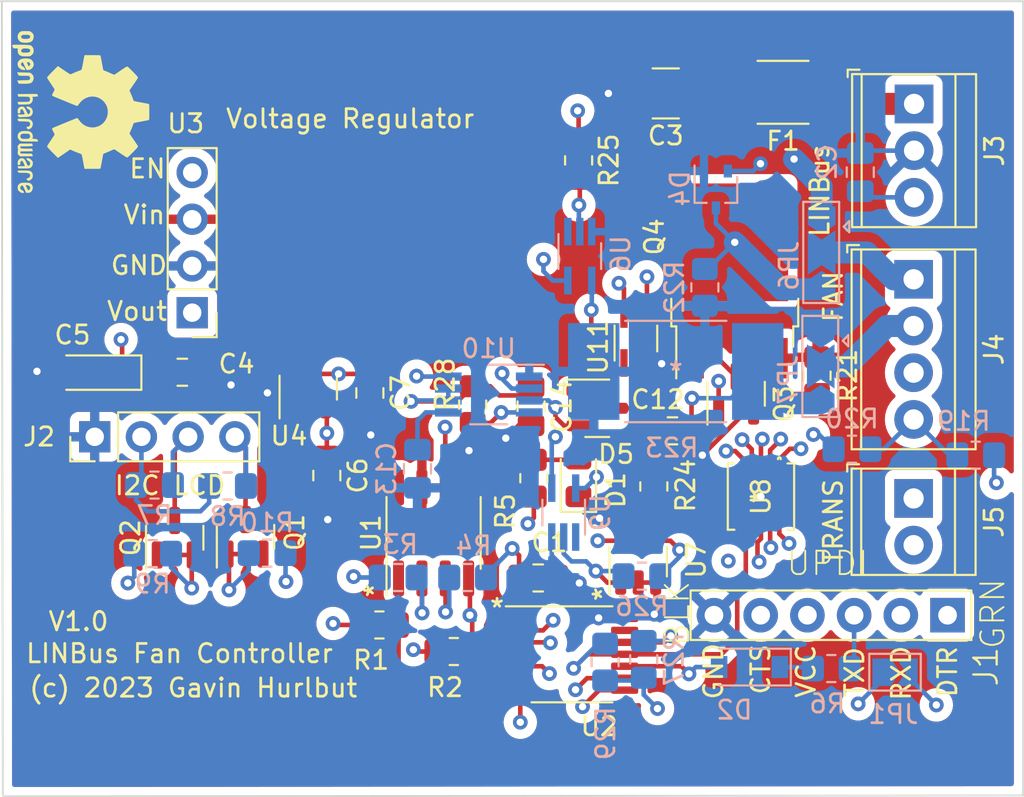
<source format=kicad_pcb>
(kicad_pcb (version 20211014) (generator pcbnew)
  (title_block (title "LINBus Fan Controller") (date "2023-03-03") (rev "1.0") (company "Gavin Hurlbut"))
  (layers (0 "F.Cu" signal) (1 "In1.Cu" signal) (2 "In2.Cu" signal) (31 "B.Cu" signal) (34 "B.Paste" user) (35 "F.Paste" user) (36 "B.SilkS" user "B.Silkscreen") (37 "F.SilkS" user "F.Silkscreen") (38 "B.Mask" user) (39 "F.Mask" user) (44 "Edge.Cuts" user))
  (net 0 "")
  (net 1 "GND")
  (net 2 "+5V")
  (net 4 "LIN")
  (net 5 "TXD")
  (net 6 "RXD")
  (net 7 "~{LIN_SLP}")
  (net 8 "~{LIN_WAKE}")
  (net 9 "Net-(R6-Pad2)")
  (net 10 "Net-(JP1-Pad1)")
  (net 11 "unconnected-(J1-Pad5)")
  (net 12 "Net-(J4-Pad3)")
  (net 13 "SCL")
  (net 14 "SDA")
  (net 15 "Net-(R24-Pad1)")
  (net 16 "+12V")
  (net 17 "UPDI")
  (net 18 "+BATT")
  (net 20 "+3V3")
  (net 21 "SCL5V")
  (net 22 "SDA5V")
  (net 23 "Net-(R5-Pad1)")
  (net 24 "Net-(D1-Pad2)")
  (net 25 "Net-(D2-Pad1)")
  (net 26 "Net-(C12-Pad1)")
  (net 27 "PWMFAN-")
  (net 30 "~{RESET}")
  (net 31 "Net-(C13-Pad1)")
  (net 32 "Net-(C14-Pad1)")
  (net 33 "FANPWM+")
  (net 34 "TACHa")
  (net 35 "Net-(D5-Pad2)")
  (net 36 "Net-(D5-Pad3)")
  (net 37 "/Fan Control/FAN+")
  (net 38 "/Fan Control/FAN-")
  (net 39 "PWM")
  (net 40 "Net-(J5-Pad1)")
  (net 41 "Net-(J5-Pad2)")
  (net 42 "Net-(Q3-Pad1)")
  (net 43 "Net-(Q3-Pad3)")
  (net 44 "Net-(R26-Pad1)")
  (net 45 "~{TCRIT}")
  (net 46 "~{ALERT}")
  (net 47 "TACH")
  (net 48 "Net-(U10-Pad2)")
  (footprint "Resistor_SMD:R_0805_2012Metric_Pad1.20x1.40mm_HandSolder" (layer "F.Cu") (at 206.46 67.07 -90)
    (fp_text reference "R25")
    (fp_text value "10k")
  )
  (footprint "UltraLibrarian:LM96163CISD&slash_NOPB" (layer "F.Cu") (at 216.375 85.35 -90)
    (fp_text reference "U8")
    (fp_text value "LM96163CISD/NOPB")
  )
  (footprint "Connector_PinHeader_2.54mm:PinHeader_1x04_P2.54mm_Vertical" (layer "F.Cu") (at 180.15 82.1 90)
    (fp_text reference "J2")
    (fp_text value "I2C LCD")
  )
  (footprint "Package_SO:SOIC-8_3.9x4.9mm_P1.27mm" (layer "F.Cu") (at 198.575 87.325 90)
    (fp_text reference "U1")
    (fp_text value "TJA1021T")
  )
  (footprint "Package_TO_SOT_SMD:SOT-23" (layer "F.Cu") (at 188.35 87.5375 90)
    (fp_text reference "Q1")
    (fp_text value "2N7002")
  )
  (footprint "TerminalBlock_TE-Connectivity:TerminalBlock_TE_282834-2_1x02_P2.54mm_Horizontal" (layer "F.Cu") (at 224.675 85.45 -90)
    (fp_text reference "J5")
    (fp_text value "TRANS")
  )
  (footprint "Beirdo:Switching_Regulator_Module" (layer "F.Cu") (at 185.4777 75.4474 180)
    (fp_text reference "U3")
    (fp_text value "Voltage Regulator")
  )
  (footprint "Package_SO:TSSOP-14_4.4x5mm_P0.65mm" (layer "F.Cu") (at 206.1 93.925)
    (fp_text reference "U2")
    (fp_text value "ATtiny824-X")
  )
  (footprint "Capacitor_SMD:C_0805_2012Metric_Pad1.18x1.45mm_HandSolder" (layer "F.Cu") (at 192.77 84.2075 -90)
    (fp_text reference "C6")
    (fp_text value "1uF")
  )
  (footprint "Capacitor_Tantalum_SMD:CP_EIA-3216-10_Kemet-I_Pad1.58x1.35mm_HandSolder" (layer "F.Cu") (at 180.2025 78.61 180)
    (fp_text reference "C5")
    (fp_text value "100uF Ta 6V")
  )
  (footprint "Resistor_SMD:R_0805_2012Metric_Pad1.20x1.40mm_HandSolder" (layer "F.Cu") (at 195.63 92.33)
    (fp_text reference "R1")
    (fp_text value "10k")
  )
  (footprint "Capacitor_SMD:C_0805_2012Metric_Pad1.18x1.45mm_HandSolder" (layer "F.Cu") (at 211.5625 81.775)
    (fp_text reference "C12")
    (fp_text value "10nF")
  )
  (footprint "Capacitor_SMD:C_0805_2012Metric_Pad1.18x1.45mm_HandSolder" (layer "F.Cu") (at 204.2625 89.775 180)
    (fp_text reference "C1")
    (fp_text value "100nF")
  )
  (footprint "Capacitor_SMD:C_1210_3225Metric_Pad1.33x2.70mm_HandSolder" (layer "F.Cu") (at 211.1975 63.43 180)
    (fp_text reference "C3")
    (fp_text value "10uF 100V")
  )
  (footprint "Package_TO_SOT_SMD:TO-252-2" (layer "F.Cu") (at 214.95 73.625 90)
    (fp_text reference "Q4")
    (fp_text value "SUD50P04-08")
  )
  (footprint "Resistor_SMD:R_0805_2012Metric_Pad1.20x1.40mm_HandSolder" (layer "F.Cu") (at 204.025 84.35 90)
    (fp_text reference "R5")
    (fp_text value "330")
  )
  (footprint "Resistor_SMD:R_0805_2012Metric_Pad1.20x1.40mm_HandSolder" (layer "F.Cu") (at 210.55 84.8 90)
    (fp_text reference "R24")
    (fp_text value "100R")
  )
  (footprint "Package_TO_SOT_SMD:SOT-23" (layer "F.Cu") (at 215.025 79.7625 90)
    (fp_text reference "Q3")
    (fp_text value "2N7002")
  )
  (footprint "Capacitor_SMD:C_0805_2012Metric_Pad1.18x1.45mm_HandSolder" (layer "F.Cu") (at 184.9125 78.59)
    (fp_text reference "C4")
    (fp_text value "1uF")
  )
  (footprint "Capacitor_SMD:C_0805_2012Metric_Pad1.18x1.45mm_HandSolder" (layer "F.Cu") (at 195.11 79.7175 -90)
    (fp_text reference "C7")
    (fp_text value "10uF")
  )
  (footprint "Resistor_SMD:R_1812_4532Metric_Pad1.30x3.40mm_HandSolder" (layer "F.Cu") (at 217.575 63.37 180)
    (fp_text reference "F1")
    (fp_text value "3A Polyfuse")
  )
  (footprint "Package_TO_SOT_SMD:SOT-23" (layer "F.Cu") (at 191.76 79.4275 90)
    (fp_text reference "U4")
    (fp_text value "MCP1754S-3302xCB")
  )
  (footprint "LED_SMD:LED_0805_2012Metric_Pad1.15x1.40mm_HandSolder" (layer "F.Cu") (at 206.45 84.325 90)
    (fp_text reference "D1")
    (fp_text value "LED")
  )
  (footprint "Resistor_SMD:R_0805_2012Metric_Pad1.20x1.40mm_HandSolder" (layer "F.Cu") (at 219.425 78.775 -90)
    (fp_text reference "R21")
    (fp_text value "10k")
  )
  (footprint "TerminalBlock_TE-Connectivity:TerminalBlock_TE_282834-4_1x04_P2.54mm_Horizontal" (layer "F.Cu") (at 224.675 73.535 -90)
    (fp_text reference "J4")
    (fp_text value "FAN")
  )
  (footprint "Capacitor_SMD:C_0805_2012Metric_Pad1.18x1.45mm_HandSolder" (layer "F.Cu") (at 203.875 80.4375 -90)
    (fp_text reference "C14")
    (fp_text value "10nF")
  )
  (footprint "TerminalBlock_TE-Connectivity:TerminalBlock_TE_282834-3_1x03_P2.54mm_Horizontal" (layer "F.Cu") (at 224.7 64 -90)
    (fp_text reference "J3")
    (fp_text value "LINBus")
  )
  (footprint "Package_TO_SOT_SMD:SOT-23" (layer "F.Cu") (at 184.5 87.5875 90)
    (fp_text reference "Q2")
    (fp_text value "2N7002")
  )
  (footprint "Package_TO_SOT_SMD:TSOT-23-6" (layer "F.Cu") (at 209.7 88.8875 90)
    (fp_text reference "U7")
    (fp_text value "LMH6611")
  )
  (footprint "Resistor_SMD:R_0805_2012Metric_Pad1.20x1.40mm_HandSolder" (layer "F.Cu") (at 199.675 93.775)
    (fp_text reference "R2")
    (fp_text value "10k")
  )
  (footprint "Resistor_SMD:R_0805_2012Metric_Pad1.20x1.40mm_HandSolder" (layer "F.Cu") (at 200.7 80.35 90)
    (fp_text reference "R28")
    (fp_text value "2k7")
  )
  (footprint "Symbol:OSHW-Logo2_9.8x8mm_SilkScreen" (layer "F.Cu") (at 179.4 64.44 -90)
    (fp_text reference "REF**" hide)
    (fp_text value "OSHW-Logo2_9.8x8mm_SilkScreen" hide)
  )
  (footprint "Beirdo:FTDI-TARGET" (layer "F.Cu") (at 226.52 91.8 180)
    (fp_text reference "J1")
    (fp_text value "UPDI")
  )
  (footprint "Package_TO_SOT_SMD:SOT-353_SC-70-5_Handsoldering" (layer "F.Cu") (at 209.575 76.755 90)
    (fp_text reference "U11")
    (fp_text value "74LVC1G14")
  )
  (footprint "Package_TO_SOT_SMD:SOT-23" (layer "F.Cu") (at 207.475 80.55)
    (fp_text reference "D5")
    (fp_text value "BAT54C")
  )
  (footprint "Resistor_SMD:R_0805_2012Metric_Pad1.20x1.40mm_HandSolder" (layer "B.Cu") (at 209.9 89.675)
    (fp_text reference "R26")
    (fp_text value "50k")
  )
  (footprint "Package_TO_SOT_SMD:SOT-353_SC-70-5_Handsoldering" (layer "B.Cu") (at 205.65 86.22 90)
    (fp_text reference "U9")
    (fp_text value "74LVC1G14")
  )
  (footprint "Package_TO_SOT_SMD:SOT-323_SC-70" (layer "B.Cu") (at 213.925 68.65 -90)
    (fp_text reference "D4")
    (fp_text value "BAT54SW")
  )
  (footprint "Resistor_SMD:R_0805_2012Metric_Pad1.20x1.40mm_HandSolder" (layer "B.Cu") (at 220.2 94.7)
    (fp_text reference "R6")
    (fp_text value "470R")
  )
  (footprint "Jumper:SolderJumper-3_P2.0mm_Open_TrianglePad1.0x1.5mm" (layer "B.Cu") (at 219.625 78.275 -90)
    (fp_text reference "JP7")
    (fp_text value "FAN-")
  )
  (footprint "Resistor_SMD:R_0805_2012Metric_Pad1.20x1.40mm_HandSolder" (layer "B.Cu") (at 196.65 89.75)
    (fp_text reference "R3")
    (fp_text value "10k")
  )
  (footprint "Resistor_SMD:R_0805_2012Metric_Pad1.20x1.40mm_HandSolder" (layer "B.Cu") (at 183.4 84.725)
    (fp_text reference "R7")
    (fp_text value "10k")
  )
  (footprint "Resistor_SMD:R_0805_2012Metric_Pad1.20x1.40mm_HandSolder" (layer "B.Cu") (at 200.425 89.75 180)
    (fp_text reference "R4")
    (fp_text value "10k")
  )
  (footprint "Resistor_SMD:R_0805_2012Metric_Pad1.20x1.40mm_HandSolder" (layer "B.Cu") (at 221.325 82.775 180)
    (fp_text reference "R20")
    (fp_text value "10R")
  )
  (footprint "Capacitor_SMD:C_0805_2012Metric_Pad1.18x1.45mm_HandSolder" (layer "B.Cu") (at 221.775 67.7125 90)
    (fp_text reference "C2")
    (fp_text value "220pF")
  )
  (footprint "Resistor_SMD:R_0805_2012Metric_Pad1.20x1.40mm_HandSolder" (layer "B.Cu") (at 187.375 84.775)
    (fp_text reference "R8")
    (fp_text value "10k")
  )
  (footprint "Package_SO:VSSOP-8_3.0x3.0mm_P0.65mm" (layer "B.Cu") (at 201.575 79.8 180)
    (fp_text reference "U10")
    (fp_text value "LM555xMM")
  )
  (footprint "Jumper:SolderJumper-3_P2.0mm_Open_TrianglePad1.0x1.5mm" (layer "B.Cu") (at 219.675 72.075 -90)
    (fp_text reference "JP6")
    (fp_text value "FAN+")
  )
  (footprint "Resistor_SMD:R_0805_2012Metric_Pad1.20x1.40mm_HandSolder" (layer "B.Cu") (at 183.3 88.45)
    (fp_text reference "R9")
    (fp_text value "10k")
  )
  (footprint "UltraLibrarian:355010RFT" (layer "B.Cu") (at 211.7423 78.55 180)
    (fp_text reference "R23")
    (fp_text value "2R 5W")
  )
  (footprint "Resistor_SMD:R_0805_2012Metric_Pad1.20x1.40mm_HandSolder" (layer "B.Cu") (at 228.05 83.1 180)
    (fp_text reference "R19")
    (fp_text value "10k")
  )
  (footprint "Jumper:SolderJumper-2_P1.3mm_Open_TrianglePad1.0x1.5mm" (layer "B.Cu") (at 223.665 94.9)
    (fp_text reference "JP1")
    (fp_text value "Solder Jumper")
  )
  (footprint "Package_TO_SOT_SMD:SOT-353_SC-70-5_Handsoldering" (layer "B.Cu") (at 206.525 72.275 -90)
    (fp_text reference "U6")
    (fp_text value "74LVC1G14")
  )
  (footprint "Resistor_SMD:R_0805_2012Metric_Pad1.20x1.40mm_HandSolder" (layer "B.Cu") (at 213.325 73.975 -90)
    (fp_text reference "R22")
    (fp_text value "10R")
  )
  (footprint "Resistor_SMD:R_0805_2012Metric_Pad1.20x1.40mm_HandSolder" (layer "B.Cu") (at 189.525 88.425 180)
    (fp_text reference "R10")
    (fp_text value "10k")
  )
  (footprint "Diode_SMD:D_SOD-123" (layer "B.Cu") (at 215.75 94.62 180)
    (fp_text reference "D2")
    (fp_text value "BAT42W-V")
  )
  (footprint "Capacitor_SMD:C_0805_2012Metric_Pad1.18x1.45mm_HandSolder" (layer "B.Cu") (at 197.7 83.8375 -90)
    (fp_text reference "C13")
    (fp_text value "10nF")
  )
  (footprint "Resistor_SMD:R_0805_2012Metric_Pad1.20x1.40mm_HandSolder" (layer "B.Cu") (at 207.9 94.35 90)
    (fp_text reference "R29")
    (fp_text value "10k")
  )
  (footprint "Resistor_SMD:R_0805_2012Metric_Pad1.20x1.40mm_HandSolder" (layer "B.Cu") (at 210 94.2 90)
    (fp_text reference "R27")
    (fp_text value "10k")
  )
  (gr_line (start 175.15 101.55) (end 175.1 58.45) (layer "Edge.Cuts") (width 0.1))
  (gr_line (start 230.632 101.6) (end 175.175 101.65) (layer "Edge.Cuts") (width 0.1))
  (gr_line (start 175.05 58.42) (end 230.632 58.42) (layer "Edge.Cuts") (width 0.1))
  (gr_line (start 230.632 58.42) (end 230.632 101.6) (layer "Edge.Cuts") (width 0.1))
  (gr_text "LINBus Fan Controller" (at 184.76 93.88) (layer "F.SilkS") (effects (font (size 1 1))))
  (gr_text "V1.0" (at 179.27 92.14) (layer "F.SilkS") (effects (font (size 1 1))))
  (gr_text "LINBus" (at 219.575 68.7 90) (layer "F.SilkS") (effects (font (size 1 1))))
  (gr_text "I2C LCD" (at 184.25 84.75) (layer "F.SilkS") (effects (font (size 1 1))))
  (gr_text "(c) 2023 Gavin Hurlbut" (at 185.51 95.75) (layer "F.SilkS") (effects (font (size 1 1))))
  (segment (start 203.2 81.475) (end 202.5 82.175) (width 0.25) (layer "F.Cu") (net 1))
  (segment (start 208.9875 91.975) (end 207.575 91.975) (width 0.25) (layer "F.Cu") (net 1))
  (segment (start 210.65 90.025) (end 210.65 91.675) (width 0.25) (layer "F.Cu") (net 1))
  (segment (start 195.11 80.755) (end 195.11 81.95) (width 0.25) (layer "F.Cu") (net 1))
  (segment (start 200.48 84.85) (end 200.48 82.87) (width 0.25) (layer "F.Cu") (net 1))
  (segment (start 178.765 78.61) (end 177.08 78.61) (width 0.25) (layer "F.Cu") (net 1))
  (segment (start 215.374999 86.350001) (end 216.375 85.35) (width 0.25) (layer "F.Cu") (net 1))
  (segment (start 206.225 89.775) (end 205.3 89.775) (width 0.25) (layer "F.Cu") (net 1))
  (segment (start 210.225 78.085) (end 210.935 78.085) (width 0.25) (layer "F.Cu") (net 1))
  (segment (start 203.875 81.475) (end 203.2 81.475) (width 0.25) (layer "F.Cu") (net 1))
  (segment (start 208.08 63.43) (end 209.635 63.43) (width 1.2) (layer "F.Cu") (net 1))
  (segment (start 177.08 78.61) (end 177.01 78.54) (width 0.25) (layer "F.Cu") (net 1))
  (segment (start 207.575 91.975) (end 207.55 91.95) (width 0.25) (layer "F.Cu") (net 1))
  (segment (start 190.195 80.365) (end 189.54 79.71) (width 0.25) (layer "F.Cu") (net 1))
  (segment (start 210.935 78.085) (end 210.975 78.125) (width 0.25) (layer "F.Cu") (net 1))
  (segment (start 186.87 78.59) (end 187.56 79.28) (width 0.25) (layer "F.Cu") (net 1))
  (segment (start 206.5 90.05) (end 206.225 89.775) (width 0.25) (layer "F.Cu") (net 1))
  (segment (start 195.11 81.95) (end 195.16 82) (width 0.25) (layer "F.Cu") (net 1))
  (segment (start 215.585902 80.7) (end 213.187872 83.09803) (width 0.25) (layer "F.Cu") (net 1))
  (segment (start 190.81 80.365) (end 190.195 80.365) (width 0.25) (layer "F.Cu") (net 1))
  (segment (start 206.45 85.35) (end 206.45 85.375) (width 0.25) (layer "F.Cu") (net 1))
  (segment (start 185.95 78.59) (end 186.87 78.59) (width 0.25) (layer "F.Cu") (net 1))
  (segment (start 215.374999 86.747) (end 215.374999 86.350001) (width 0.25) (layer "F.Cu") (net 1))
  (segment (start 192.77 85.245) (end 192.77 86.55) (width 0.25) (layer "F.Cu") (net 1))
  (segment (start 192.77 86.55) (end 192.82 86.6) (width 0.25) (layer "F.Cu") (net 1))
  (segment (start 210.65 90.025) (end 209.7 90.025) (width 0.25) (layer "F.Cu") (net 1))
  (segment (start 210.65 91.675) (end 210.575 91.75) (width 0.25) (layer "F.Cu") (net 1))
  (segment (start 200.48 82.87) (end 200.5 82.85) (width 0.25) (layer "F.Cu") (net 1))
  (segment (start 215.975 80.7) (end 215.585902 80.7) (width 0.25) (layer "F.Cu") (net 1))
  (segment (start 206.45 85.375) (end 207.6 86.525) (width 0.25) (layer "F.Cu") (net 1))
  (via (at 189.54 79.71) (size 0.8) (drill 0.4) (layers "F.Cu" "B.Cu") (net 1))
  (via (at 208.08 63.43) (size 0.8) (drill 0.4) (layers "F.Cu" "B.Cu") (net 1))
  (via (at 195.16 82) (size 0.8) (drill 0.4) (layers "F.Cu" "B.Cu") (net 1))
  (via (at 210.575 91.75) (size 0.8) (drill 0.4) (layers "F.Cu" "B.Cu") (net 1))
  (via (at 210.975 78.125) (size 0.8) (drill 0.4) (layers "F.Cu" "B.Cu") (net 1))
  (via (at 207.55 91.95) (size 0.8) (drill 0.4) (layers "F.Cu" "B.Cu") (net 1))
  (via (at 202.5 82.175) (size 0.8) (drill 0.4) (layers "F.Cu" "B.Cu") (net 1))
  (via (at 213.187872 83.09803) (size 0.8) (drill 0.4) (layers "F.Cu" "B.Cu") (net 1))
  (via (at 200.5 82.85) (size 0.8) (drill 0.4) (layers "F.Cu" "B.Cu") (net 1))
  (via (at 216.375 85.35) (size 0.8) (drill 0.4) (layers "F.Cu" "B.Cu") (net 1))
  (via (at 192.82 86.6) (size 0.8) (drill 0.4) (layers "F.Cu" "B.Cu") (net 1))
  (via (at 187.56 79.28) (size 0.8) (drill 0.4) (layers "F.Cu" "B.Cu") (net 1))
  (via (at 207.6 86.525) (size 0.8) (drill 0.4) (layers "F.Cu" "B.Cu") (net 1))
  (via (at 206.5 90.05) (size 0.8) (drill 0.4) (layers "F.Cu" "B.Cu") (net 1))
  (via (at 177.01 78.54) (size 0.8) (drill 0.4) (layers "F.Cu" "B.Cu") (net 1))
  (segment (start 219.625 76.275) (end 218.5 75.15) (width 0.25) (layer "B.Cu") (net 1))
  (segment (start 213.5 75.15) (end 213.325 74.975) (width 0.25) (layer "B.Cu") (net 1))
  (segment (start 205 87.55) (end 205 88.55) (width 0.25) (layer "B.Cu") (net 1))
  (segment (start 205 88.55) (end 206.5 90.05) (width 0.25) (layer "B.Cu") (net 1))
  (segment (start 221.775 66.675) (end 221.91 66.54) (width 0.25) (layer "B.Cu") (net 1))
  (segment (start 218.5 75.15) (end 213.5 75.15) (width 0.25) (layer "B.Cu") (net 1))
  (segment (start 221.91 66.54) (end 224.7 66.54) (width 0.25) (layer "B.Cu") (net 1))
  (segment (start 181.64 78.61) (end 181.64 76.87) (width 0.25) (layer "F.Cu") (net 2))
  (segment (start 191.76 78.49) (end 191.95 78.68) (width 0.25) (layer "F.Cu") (net 2))
  (segment (start 208.75 87.75) (end 207.5 87.75) (width 0.25) (layer "F.Cu") (net 2))
  (segment (start 202.25 80.775) (end 201.675 81.35) (width 0.25) (layer "F.Cu") (net 2))
  (segment (start 181.64 76.87) (end 181.58 76.81) (width 0.25) (layer "F.Cu") (net 2))
  (segment (start 201.675 81.35) (end 200.7 81.35) (width 0.25) (layer "F.Cu") (net 2))
  (segment (start 183.855 78.61) (end 183.875 78.59) (width 0.25) (layer "F.Cu") (net 2))
  (segment (start 208.75 87.75) (end 209.7 87.75) (width 0.25) (layer "F.Cu") (net 2))
  (segment (start 181.64 78.61) (end 183.855 78.61) (width 0.25) (layer "F.Cu") (net 2))
  (segment (start 206.46 66.07) (end 206.46 64.42) (width 0.25) (layer "F.Cu") (net 2))
  (segment (start 191.95 78.68) (end 195.11 78.68) (width 0.25) (layer "F.Cu") (net 2))
  (segment (start 206.46 64.42) (end 206.41 64.37) (width 0.25) (layer "F.Cu") (net 2))
  (via (at 193.41 78.68) (size 0.8) (drill 0.4) (layers "F.Cu" "B.Cu") (net 2))
  (via (at 181.58 76.81) (size 0.8) (drill 0.4) (layers "F.Cu" "B.Cu") (net 2))
  (via (at 202.25 80.775) (size 0.8) (drill 0.4) (layers "F.Cu" "B.Cu") (net 2))
  (via (at 197.65 78.8) (size 0.8) (drill 0.4) (layers "F.Cu" "B.Cu") (net 2))
  (via (at 206.41 64.37) (size 0.8) (drill 0.4) (layers "F.Cu" "B.Cu") (net 2))
  (via (at 207.5 87.75) (size 0.8) (drill 0.4) (layers "F.Cu" "B.Cu") (net 2))
  (segment (start 185.9 86.15) (end 183 86.15) (width 0.25) (layer "B.Cu") (net 2))
  (segment (start 186.375 84.775) (end 186.375 85.675) (width 0.25) (layer "B.Cu") (net 2))
  (segment (start 183 86.15) (end 182.4 85.55) (width 0.25) (layer "B.Cu") (net 2))
  (segment (start 197.65 78.8) (end 197.675 78.825) (width 0.25) (layer "B.Cu") (net 2))
  (segment (start 186.375 85.675) (end 185.9 86.15) (width 0.25) (layer "B.Cu") (net 2))
  (segment (start 202.25 80.775) (end 203.775 80.775) (width 0.25) (layer "B.Cu") (net 2))
  (segment (start 182.4 85.55) (end 182.4 84.725) (width 0.25) (layer "B.Cu") (net 2))
  (segment (start 197.675 78.825) (end 199.375 78.825) (width 0.25) (layer "B.Cu") (net 2))
  (segment (start 182.4 84.725) (end 182.69 84.435) (width 0.25) (layer "B.Cu") (net 2))
  (segment (start 182.69 84.435) (end 182.69 82.1) (width 0.25) (layer "B.Cu") (net 2))
  (segment (start 199.21 84.85) (end 199.21 81.585) (width 0.25) (layer "F.Cu") (net 4))
  (segment (start 199.21 81.585) (end 199.2 81.575) (width 0.25) (layer "F.Cu") (net 4))
  (via (at 199.2 81.575) (size 0.8) (drill 0.4) (layers "F.Cu" "B.Cu") (net 4))
  (segment (start 222.105 69.08) (end 224.7 69.08) (width 0.25) (layer "B.Cu") (net 4))
  (segment (start 221.775 68.75) (end 222.105 69.08) (width 0.25) (layer "B.Cu") (net 4))
  (segment (start 203.29 95.9025) (end 203.2625 95.875) (width 0.25) (layer "F.Cu") (net 5))
  (segment (start 203.29 97.62) (end 203.29 95.9025) (width 0.25) (layer "F.Cu") (net 5))
  (segment (start 200.55 91.8) (end 200.55 89.87) (width 0.25) (layer "F.Cu") (net 5))
  (segment (start 200.675 91.925) (end 200.675 93.775) (width 0.25) (layer "F.Cu") (net 5))
  (segment (start 200.55 91.8) (end 200.675 91.925) (width 0.25) (layer "F.Cu") (net 5))
  (segment (start 200.55 89.87) (end 200.48 89.8) (width 0.25) (layer "F.Cu") (net 5))
  (via (at 203.29 97.62) (size 0.8) (drill 0.4) (layers "F.Cu" "B.Cu") (net 5))
  (via (at 200.55 91.8) (size 0.8) (drill 0.4) (layers "F.Cu" "B.Cu") (net 5))
  (segment (start 200.55 91.8) (end 200.8 92.05) (width 0.25) (layer "B.Cu") (net 5))
  (segment (start 196.67 93.13) (end 196.67 89.8) (width 0.25) (layer "F.Cu") (net 6))
  (segment (start 197.45 95.225) (end 196.67 94.445) (width 0.25) (layer "F.Cu") (net 6))
  (segment (start 203.2625 95.225) (end 197.45 95.225) (width 0.25) (layer "F.Cu") (net 6))
  (segment (start 196.67 94.445) (end 196.67 93.13) (width 0.25) (layer "F.Cu") (net 6))
  (segment (start 197.95 91.675) (end 197.94 91.665) (width 0.25) (layer "F.Cu") (net 7))
  (segment (start 197.94 91.665) (end 197.94 89.8) (width 0.25) (layer "F.Cu") (net 7))
  (segment (start 203.2625 92.625) (end 204.525 92.625) (width 0.25) (layer "F.Cu") (net 7))
  (segment (start 204.525 92.625) (end 205.075 92.075) (width 0.25) (layer "F.Cu") (net 7))
  (segment (start 205.075 92.075) (end 205.325305 92.075) (width 0.25) (layer "F.Cu") (net 7))
  (via (at 197.95 91.675) (size 0.8) (drill 0.4) (layers "F.Cu" "B.Cu") (net 7))
  (via (at 205.075 92.075) (size 0.8) (drill 0.4) (layers "F.Cu" "B.Cu") (net 7))
  (segment (start 197.95 90.05) (end 197.65 89.75) (width 0.25) (layer "B.Cu") (net 7))
  (segment (start 197.95 91.675) (end 197.95 90.05) (width 0.25) (layer "B.Cu") (net 7))
  (segment (start 199.225 91.625) (end 199.225 89.815) (width 0.25) (layer "F.Cu") (net 8))
  (segment (start 203.2375 93.275) (end 204.9 93.275) (width 0.25) (layer "F.Cu") (net 8))
  (segment (start 199.225 89.815) (end 199.21 89.8) (width 0.25) (layer "F.Cu") (net 8))
  (segment (start 204.9 93.275) (end 204.925 93.3) (width 0.25) (layer "F.Cu") (net 8))
  (via (at 204.925 93.3) (size 0.8) (drill 0.4) (layers "F.Cu" "B.Cu") (net 8))
  (via (at 199.225 91.625) (size 0.8) (drill 0.4) (layers "F.Cu" "B.Cu") (net 8))
  (segment (start 199.425 91.425) (end 199.425 89.75) (width 0.25) (layer "B.Cu") (net 8))
  (segment (start 199.225 91.625) (end 199.425 91.425) (width 0.25) (layer "B.Cu") (net 8))
  (segment (start 221.44 94.46) (end 221.44 91.8) (width 0.25) (layer "B.Cu") (net 9))
  (segment (start 221.2 94.7) (end 221.44 94.46) (width 0.25) (layer "B.Cu") (net 9))
  (via (at 221.66 96.62) (size 0.8) (drill 0.4) (layers "F.Cu" "B.Cu") (net 10))
  (segment (start 222.94 95.34) (end 221.66 96.62) (width 0.25) (layer "B.Cu") (net 10))
  (segment (start 222.94 94.9) (end 222.94 95.34) (width 0.25) (layer "B.Cu") (net 10))
  (segment (start 216.4 91.84) (end 216.36 91.8) (width 0.25) (layer "F.Cu") (net 11))
  (segment (start 206.525 68.25) (end 206.525 69.45) (width 0.25) (layer "F.Cu") (net 12))
  (segment (start 206.525 69.45) (end 206.475 69.5) (width 0.25) (layer "F.Cu") (net 12))
  (via (at 206.475 69.5) (size 0.8) (drill 0.4) (layers "F.Cu" "B.Cu") (net 12))
  (segment (start 206.475 69.5) (end 206.475 70.895) (width 0.25) (layer "B.Cu") (net 12))
  (segment (start 206.475 70.895) (end 206.525 70.945) (width 0.25) (layer "B.Cu") (net 12))
  (segment (start 187.45 88.525) (end 187.4 88.475) (width 0.25) (layer "F.Cu") (net 13))
  (segment (start 187.4 88.475) (end 189.3 88.475) (width 0.25) (layer "F.Cu") (net 13))
  (segment (start 208.9875 95.225) (end 206.917958 95.225) (width 0.25) (layer "F.Cu") (net 13))
  (segment (start 206.917958 95.225) (end 206.290576 95.852382) (width 0.25) (layer "F.Cu") (net 13))
  (segment (start 187.45 90.425) (end 187.45 88.525) (width 0.25) (layer "F.Cu") (net 13))
  (segment (start 217.375001 87.375001) (end 217.9 87.9) (width 0.25) (layer "F.Cu") (net 13))
  (segment (start 217.375001 86.747) (end 217.375001 87.375001) (width 0.25) (layer "F.Cu") (net 13))
  (via (at 217.9 87.9) (size 0.8) (drill 0.4) (layers "F.Cu" "B.Cu") (net 13))
  (via (at 206.290576 95.852382) (size 0.8) (drill 0.4) (layers "F.Cu" "B.Cu") (net 13))
  (via (at 187.45 90.425) (size 0.8) (drill 0.4) (layers "F.Cu" "B.Cu") (net 13))
  (segment (start 188.525 88.425) (end 188.525 89.35) (width 0.25) (layer "B.Cu") (net 13))
  (segment (start 188.525 89.35) (end 187.45 90.425) (width 0.25) (layer "B.Cu") (net 13))
  (segment (start 185.425 88.55) (end 185.45 88.525) (width 0.25) (layer "F.Cu") (net 14))
  (segment (start 216.874999 86.747) (end 216.874999 88.091809) (width 0.25) (layer "F.Cu") (net 14))
  (segment (start 216.874999 88.091809) (end 216.911613 88.128423) (width 0.25) (layer "F.Cu") (net 14))
  (segment (start 208.9875 95.875) (end 207.575 95.875) (width 0.25) (layer "F.Cu") (net 14))
  (segment (start 207.575 95.875) (end 206.675 96.775) (width 0.25) (layer "F.Cu") (net 14))
  (segment (start 185.45 88.525) (end 183.55 88.525) (width 0.25) (layer "F.Cu") (net 14))
  (segment (start 185.425 90.325) (end 185.425 88.55) (width 0.25) (layer "F.Cu") (net 14))
  (via (at 216.911613 88.128423) (size 0.8) (drill 0.4) (layers "F.Cu" "B.Cu") (net 14))
  (via (at 206.675 96.775) (size 0.8) (drill 0.4) (layers "F.Cu" "B.Cu") (net 14))
  (via (at 185.425 90.325) (size 0.8) (drill 0.4) (layers "F.Cu" "B.Cu") (net 14))
  (segment (start 184.3 88.45) (end 184.3 89.2) (width 0.25) (layer "B.Cu") (net 14))
  (segment (start 184.3 89.2) (end 185.425 90.325) (width 0.25) (layer "B.Cu") (net 14))
  (segment (start 211.45 87.75) (end 211.95 88.25) (width 0.25) (layer "F.Cu") (net 15))
  (segment (start 210.65 85.9) (end 210.55 85.8) (width 0.25) (layer "F.Cu") (net 15))
  (segment (start 210.65 87.75) (end 211.45 87.75) (width 0.25) (layer "F.Cu") (net 15))
  (segment (start 210.65 87.75) (end 210.65 85.9) (width 0.25) (layer "F.Cu") (net 15))
  (via (at 211.95 88.25) (size 0.8) (drill 0.4) (layers "F.Cu" "B.Cu") (net 15))
  (segment (start 211.95 88.25) (end 211.95 88.625) (width 0.25) (layer "B.Cu") (net 15))
  (segment (start 211.95 88.625) (end 210.9 89.675) (width 0.25) (layer "B.Cu") (net 15))
  (segment (start 212.82 63.37) (end 212.76 63.43) (width 0.25) (layer "F.Cu") (net 16))
  (segment (start 215.35 63.37) (end 212.82 63.37) (width 1.2) (layer "F.Cu") (net 16))
  (via (at 218.175 67) (size 0.8) (drill 0.4) (layers "F.Cu" "B.Cu") (net 16))
  (via (at 216.35 67.25) (size 0.8) (drill 0.4) (layers "F.Cu" "B.Cu") (net 16))
  (segment (start 219.675 68.5) (end 218.175 67) (width 1.2) (layer "B.Cu") (net 16))
  (segment (start 215.95 67.65) (end 216.35 67.25) (width 0.25) (layer "B.Cu") (net 16))
  (segment (start 214.575 67.65) (end 215.95 67.65) (width 0.25) (layer "B.Cu") (net 16))
  (segment (start 219.675 70.075) (end 219.675 68.5) (width 1.2) (layer "B.Cu") (net 16))
  (segment (start 212.045 94.575) (end 208.9625 94.575) (width 0.25) (layer "F.Cu") (net 17))
  (segment (start 212.46 94.99) (end 212.045 94.575) (width 0.25) (layer "F.Cu") (net 17))
  (via (at 212.46 94.99) (size 0.8) (drill 0.4) (layers "F.Cu" "B.Cu") (net 17))
  (segment (start 214.1 94.62) (end 212.83 94.62) (width 0.25) (layer "B.Cu") (net 17))
  (segment (start 212.83 94.62) (end 212.46 94.99) (width 0.25) (layer "B.Cu") (net 17))
  (segment (start 220.43 64) (end 219.8 63.37) (width 1.2) (layer "F.Cu") (net 18))
  (segment (start 224.7 64) (end 220.43 64) (width 1.2) (layer "F.Cu") (net 18))
  (segment (start 198.675 93.775) (end 197.575 93.775) (width 0.25) (layer "F.Cu") (net 20))
  (segment (start 208.925 75.425) (end 208.925 74.025) (width 0.25) (layer "F.Cu") (net 20))
  (segment (start 193.19 92.33) (end 193.11 92.25) (width 0.25) (layer "F.Cu") (net 20))
  (segment (start 203.225 89.775) (end 203.225 91.9375) (width 0.25) (layer "F.Cu") (net 20))
  (segment (start 192.77 83.17) (end 192.77 80.425) (width 0.25) (layer "F.Cu") (net 20))
  (segment (start 203.225 89.775) (end 203.225 88.55) (width 0.25) (layer "F.Cu") (net 20))
  (segment (start 217.450201 82.225201) (end 217.450201 82.250104) (width 0.25) (layer "F.Cu") (net 20))
  (segment (start 203.225 91.9375) (end 203.2625 91.975) (width 0.25) (layer "F.Cu") (net 20))
  (segment (start 203.225 88.55) (end 202.85 88.175) (width 0.25) (layer "F.Cu") (net 20))
  (segment (start 197.575 93.775) (end 197.475 93.675) (width 0.25) (layer "F.Cu") (net 20))
  (segment (start 217.450201 82.250104) (end 216.874999 82.825306) (width 0.25) (layer "F.Cu") (net 20))
  (segment (start 192.77 80.425) (end 192.71 80.365) (width 0.25) (layer "F.Cu") (net 20))
  (segment (start 194.63 92.33) (end 193.19 92.33) (width 0.25) (layer "F.Cu") (net 20))
  (segment (start 208.925 74.025) (end 208.65 73.75) (width 0.25) (layer "F.Cu") (net 20))
  (segment (start 216.874999 82.825306) (end 216.874999 83.953) (width 0.25) (layer "F.Cu") (net 20))
  (via (at 194.225 89.7) (size 0.8) (drill 0.4) (layers "F.Cu" "B.Cu") (net 20))
  (via (at 197.475 93.675) (size 0.8) (drill 0.4) (layers "F.Cu" "B.Cu") (net 20))
  (via (at 204.55 72.45) (size 0.8) (drill 0.4) (layers "F.Cu" "B.Cu") (net 20))
  (via (at 193.11 92.25) (size 0.8) (drill 0.4) (layers "F.Cu" "B.Cu") (net 20))
  (via (at 208.65 73.75) (size 0.8) (drill 0.4) (layers "F.Cu" "B.Cu") (net 20))
  (via (at 229.175 84.6) (size 0.8) (drill 0.4) (layers "F.Cu" "B.Cu") (net 20))
  (via (at 210.75 96.875) (size 0.8) (drill 0.4) (layers "F.Cu" "B.Cu") (net 20))
  (via (at 202.85 88.175) (size 0.8) (drill 0.4) (layers "F.Cu" "B.Cu") (net 20))
  (via (at 225.91 96.68) (size 0.8) (drill 0.4) (layers "F.Cu" "B.Cu") (net 20))
  (via (at 192.77 81.9) (size 0.8) (drill 0.4) (layers "F.Cu" "B.Cu") (net 20))
  (via (at 217.450201 82.225201) (size 0.8) (drill 0.4) (layers "F.Cu" "B.Cu") (net 20))
  (via (at 207.433773 84.285862) (size 0.8) (drill 0.4) (layers "F.Cu" "B.Cu") (net 20))
  (via (at 181.95 90.05) (size 0.8) (drill 0.4) (layers "F.Cu" "B.Cu") (net 20))
  (via (at 190.55 89.975) (size 0.8) (drill 0.4) (layers "F.Cu" "B.Cu") (net 20))
  (segment (start 182.3 89.7) (end 181.95 90.05) (width 0.25) (layer "B.Cu") (net 20))
  (segment (start 201.425 89.75) (end 201.425 89.6) (width 0.25) (layer "B.Cu") (net 20))
  (segment (start 210 95.2) (end 210 96.125) (width 0.25) (layer "B.Cu") (net 20))
  (segment (start 229.05 84.475) (end 229.175 84.6) (width 0.25) (layer "B.Cu") (net 20))
  (segment (start 204.825 73.375) (end 204.55 73.1) (width 0.25) (layer "B.Cu") (net 20))
  (segment (start 190.525 88.425) (end 190.525 89.95) (width 0.25) (layer "B.Cu") (net 20))
  (segment (start 201.425 89.6) (end 202.85 88.175) (width 0.25) (layer "B.Cu") (net 20))
  (segment (start 224.39 94.9) (end 224.39 95.16) (width 0.25) (layer "B.Cu") (net 20))
  (segment (start 210 96.125) (end 210.75 96.875) (width 0.25) (layer "B.Cu") (net 20))
  (segment (start 194.275 89.75) (end 194.225 89.7) (width 0.25) (layer "B.Cu") (net 20))
  (segment (start 209.85 95.35) (end 210 95.2) (width 0.25) (layer "B.Cu") (net 20))
  (segment (start 204.55 73.1) (end 204.55 72.45) (width 0.25) (layer "B.Cu") (net 20))
  (segment (start 205.055 73.605) (end 204.825 73.375) (width 0.25) (layer "B.Cu") (net 20))
  (segment (start 207.9 95.35) (end 209.85 95.35) (width 0.25) (layer "B.Cu") (net 20))
  (segment (start 205.875 73.605) (end 205.055 73.605) (width 0.25) (layer "B.Cu") (net 20))
  (segment (start 206.3 84.89) (end 206.829635 84.89) (width 0.25) (layer "B.Cu") (net 20))
  (segment (start 206.829635 84.89) (end 207.433773 84.285862) (width 0.25) (layer "B.Cu") (net 20))
  (segment (start 195.65 89.75) (end 194.275 89.75) (width 0.25) (layer "B.Cu") (net 20))
  (segment (start 182.3 88.45) (end 182.3 89.7) (width 0.25) (layer "B.Cu") (net 20))
  (segment (start 224.39 95.16) (end 225.91 96.68) (width 0.25) (layer "B.Cu") (net 20))
  (segment (start 190.525 89.95) (end 190.55 89.975) (width 0.25) (layer "B.Cu") (net 20))
  (segment (start 229.05 83.1) (end 229.05 84.475) (width 0.25) (layer "B.Cu") (net 20))
  (segment (start 188.35 86.6) (end 188.35 82.68) (width 0.25) (layer "F.Cu") (net 21))
  (segment (start 188.35 82.68) (end 187.77 82.1) (width 0.25) (layer "F.Cu") (net 21))
  (segment (start 188.375 84.775) (end 188.375 82.705) (width 0.25) (layer "B.Cu") (net 21))
  (segment (start 188.375 82.705) (end 187.77 82.1) (width 0.25) (layer "B.Cu") (net 21))
  (segment (start 184.5 82.83) (end 185.23 82.1) (width 0.25) (layer "F.Cu") (net 22))
  (segment (start 184.5 86.65) (end 184.5 82.83) (width 0.25) (layer "F.Cu") (net 22))
  (segment (start 184.4 84.725) (end 184.4 82.93) (width 0.25) (layer "B.Cu") (net 22))
  (segment (start 184.4 82.93) (end 185.23 82.1) (width 0.25) (layer "B.Cu") (net 22))
  (segment (start 204.475 94.575) (end 204.875 94.975) (width 0.25) (layer "F.Cu") (net 23))
  (segment (start 204.025 86.5) (end 203.7 86.825) (width 0.25) (layer "F.Cu") (net 23))
  (segment (start 203.2375 94.575) (end 204.475 94.575) (width 0.25) (layer "F.Cu") (net 23))
  (segment (start 204.025 85.35) (end 204.025 86.5) (width 0.25) (layer "F.Cu") (net 23))
  (via (at 204.875 94.975) (size 0.8) (drill 0.4) (layers "F.Cu" "B.Cu") (net 23))
  (via (at 203.7 86.825) (size 0.8) (drill 0.4) (layers "F.Cu" "B.Cu") (net 23))
  (segment (start 204.025 83.35) (end 206.4 83.35) (width 0.25) (layer "F.Cu") (net 24))
  (segment (start 206.4 83.35) (end 206.45 83.3) (width 0.25) (layer "F.Cu") (net 24))
  (segment (start 219.12 94.62) (end 219.2 94.7) (width 0.25) (layer "B.Cu") (net 25))
  (segment (start 217.4 94.62) (end 219.12 94.62) (width 0.25) (layer "B.Cu") (net 25))
  (segment (start 210.55 83.8) (end 210.55 81.8) (width 0.25) (layer "F.Cu") (net 26))
  (segment (start 210.55 81.8) (end 210.525 81.775) (width 0.25) (layer "F.Cu") (net 26))
  (segment (start 212.625 80) (end 212.6 80.025) (width 0.25) (layer "F.Cu") (net 27))
  (segment (start 212.6 80.025) (end 212.6 81.775) (width 0.25) (layer "F.Cu") (net 27))
  (via (at 212.625 80) (size 0.8) (drill 0.4) (layers "F.Cu" "B.Cu") (net 27))
  (segment (start 217.925 80.275) (end 216.2 78.55) (width 1.2) (layer "B.Cu") (net 27))
  (segment (start 219.625 80.275) (end 217.925 80.275) (width 1.2) (layer "B.Cu") (net 27))
  (segment (start 212.625 80) (end 214.75 80) (width 0.25) (layer "B.Cu") (net 27))
  (segment (start 214.75 80) (end 216.2 78.55) (width 0.25) (layer "B.Cu") (net 27))
  (segment (start 198.15 80.775) (end 199.375 80.775) (width 0.25) (layer "B.Cu") (net 31))
  (segment (start 197.7 81.225) (end 198.15 80.775) (width 0.25) (layer "B.Cu") (net 31))
  (segment (start 197.7 82.8) (end 197.7 81.225) (width 0.25) (layer "B.Cu") (net 31))
  (segment (start 199.875 80.175) (end 200.7 79.35) (width 0.25) (layer "F.Cu") (net 32))
  (segment (start 201.65 79.35) (end 202.15 79.85) (width 0.25) (layer "F.Cu") (net 32))
  (segment (start 197.35 80.175) (end 199.875 80.175) (width 0.25) (layer "F.Cu") (net 32))
  (segment (start 202.15 79.85) (end 203.425 79.85) (width 0.25) (layer "F.Cu") (net 32))
  (segment (start 200.7 79.35) (end 201.65 79.35) (width 0.25) (layer "F.Cu") (net 32))
  (segment (start 203.425 79.85) (end 203.875 79.4) (width 0.25) (layer "F.Cu") (net 32))
  (via (at 197.35 80.175) (size 0.8) (drill 0.4) (layers "F.Cu" "B.Cu") (net 32))
  (segment (start 197.4 80.125) (end 197.35 80.175) (width 0.25) (layer "B.Cu") (net 32))
  (segment (start 199.375 80.125) (end 197.4 80.125) (width 0.25) (layer "B.Cu") (net 32))
  (segment (start 199.375 80.125) (end 199.375 79.475) (width 0.25) (layer "B.Cu") (net 32))
  (via (at 214.95 71.525) (size 0.8) (drill 0.4) (layers "F.Cu" "B.Cu") (net 33))
  (segment (start 213.925 70.5) (end 214.95 71.525) (width 0.25) (layer "B.Cu") (net 33))
  (segment (start 213.925 69.65) (end 213.925 70.5) (width 0.25) (layer "B.Cu") (net 33))
  (segment (start 219.675 74.075) (end 217.5 74.075) (width 1.2) (layer "B.Cu") (net 33))
  (segment (start 217.5 74.075) (end 214.95 71.525) (width 1.2) (layer "B.Cu") (net 33))
  (segment (start 213.325 72.975) (end 213.5 72.975) (width 0.25) (layer "B.Cu") (net 33))
  (segment (start 213.5 72.975) (end 214.95 71.525) (width 0.25) (layer "B.Cu") (net 33))
  (segment (start 207.15 77.125) (end 206.5375 77.7375) (width 0.25) (layer "F.Cu") (net 34))
  (segment (start 207.15 75.2) (end 207.15 77.125) (width 0.25) (layer "F.Cu") (net 34))
  (segment (start 206.5375 77.7375) (end 206.5375 79.6) (width 0.25) (layer "F.Cu") (net 34))
  (via (at 207.15 75.2) (size 0.8) (drill 0.4) (layers "F.Cu" "B.Cu") (net 34))
  (segment (start 207.175 75.175) (end 207.15 75.2) (width 0.25) (layer "B.Cu") (net 34))
  (segment (start 207.175 73.605) (end 207.175 75.175) (width 0.25) (layer "B.Cu") (net 34))
  (segment (start 205.2 81.025) (end 205.2 80.5) (width 0.25) (layer "F.Cu") (net 35))
  (segment (start 206.5375 81.5) (end 205.675 81.5) (width 0.25) (layer "F.Cu") (net 35))
  (segment (start 205.675 81.5) (end 205.2 81.025) (width 0.25) (layer "F.Cu") (net 35))
  (via (at 205.2 80.5) (size 0.8) (drill 0.4) (layers "F.Cu" "B.Cu") (net 35))
  (segment (start 204.825 80.125) (end 205.2 80.5) (width 0.25) (layer "B.Cu") (net 35))
  (segment (start 203.775 80.125) (end 204.825 80.125) (width 0.25) (layer "B.Cu") (net 35))
  (segment (start 209.575 78.085) (end 209.575 80.325) (width 0.25) (layer "F.Cu") (net 36))
  (segment (start 209.575 80.325) (end 209.35 80.55) (width 0.25) (layer "F.Cu") (net 36))
  (segment (start 209.35 80.55) (end 208.4125 80.55) (width 0.25) (layer "F.Cu") (net 36))
  (segment (start 222.125 72.075) (end 219.675 72.075) (width 1.2) (layer "B.Cu") (net 37))
  (segment (start 224.675 73.535) (end 223.585 73.535) (width 1.2) (layer "B.Cu") (net 37))
  (segment (start 223.585 73.535) (end 222.125 72.075) (width 1.2) (layer "B.Cu") (net 37))
  (segment (start 221.025 78.275) (end 223.225 76.075) (width 1.2) (layer "B.Cu") (net 38))
  (segment (start 219.625 78.275) (end 221.025 78.275) (width 1.2) (layer "B.Cu") (net 38))
  (segment (start 223.225 76.075) (end 224.675 76.075) (width 1.2) (layer "B.Cu") (net 38))
  (segment (start 215.374999 83.274999) (end 215.175 83.075) (width 0.25) (layer "F.Cu") (net 39))
  (segment (start 215.175 83.075) (end 214.975 82.875) (width 0.25) (layer "F.Cu") (net 39))
  (segment (start 214.975 82.875) (end 214.475 82.875) (width 0.25) (layer "F.Cu") (net 39))
  (segment (start 215.374999 83.953) (end 215.374999 83.274999) (width 0.25) (layer "F.Cu") (net 39))
  (via (at 214.475 82.875) (size 0.8) (drill 0.4) (layers "F.Cu" "B.Cu") (net 39))
  (segment (start 227.05 83.1) (end 226.62 83.1) (width 0.25) (layer "B.Cu") (net 39))
  (segment (start 223.055 82.775) (end 224.675 81.155) (width 0.25) (layer "B.Cu") (net 39))
  (segment (start 222.325 82.775) (end 223.055 82.775) (width 0.25) (layer "B.Cu") (net 39))
  (segment (start 226.62 83.1) (end 224.675 81.155) (width 0.25) (layer "B.Cu") (net 39))
  (segment (start 216.375 83.953) (end 216.375 82.3) (width 0.25) (layer "F.Cu") (net 40))
  (segment (start 216.375 82.3) (end 216.45 82.225) (width 0.25) (layer "F.Cu") (net 40))
  (via (at 216.45 82.225) (size 0.8) (drill 0.4) (layers "F.Cu" "B.Cu") (net 40))
  (segment (start 215.875001 82.779432) (end 215.351702 82.256133) (width 0.25) (layer "F.Cu") (net 41))
  (segment (start 215.875001 83.953) (end 215.875001 82.779432) (width 0.25) (layer "F.Cu") (net 41))
  (via (at 215.351702 82.256133) (size 0.8) (drill 0.4) (layers "F.Cu" "B.Cu") (net 41))
  (segment (start 214.075 80.7) (end 214.075 79.075) (width 0.25) (layer "F.Cu") (net 42))
  (via (at 214.075 79.075) (size 0.8) (drill 0.4) (layers "F.Cu" "B.Cu") (net 42))
  (via (at 219.225 81.975) (size 0.8) (drill 0.4) (layers "F.Cu" "B.Cu") (net 42))
  (segment (start 219.525 81.975) (end 220.325 82.775) (width 0.25) (layer "B.Cu") (net 42))
  (segment (start 219.225 81.975) (end 219.525 81.975) (width 0.25) (layer "B.Cu") (net 42))
  (segment (start 215.025 78.825) (end 214.025 77.825) (width 0.25) (layer "F.Cu") (net 43))
  (segment (start 219.425 79.775) (end 216.475 79.775) (width 0.25) (layer "F.Cu") (net 43))
  (segment (start 216.475 79.775) (end 215.525 78.825) (width 0.25) (layer "F.Cu") (net 43))
  (segment (start 214.025 77.825) (end 212.67 77.825) (width 0.25) (layer "F.Cu") (net 43))
  (segment (start 215.525 78.825) (end 215.025 78.825) (width 0.25) (layer "F.Cu") (net 43))
  (segment (start 208.025 90.025) (end 207.4 89.4) (width 0.25) (layer "F.Cu") (net 44))
  (segment (start 208.75 90.025) (end 208.025 90.025) (width 0.25) (layer "F.Cu") (net 44))
  (via (at 207.4 89.4) (size 0.8) (drill 0.4) (layers "F.Cu" "B.Cu") (net 44))
  (segment (start 205.65 87.55) (end 205.65 88.45) (width 0.25) (layer "B.Cu") (net 44))
  (segment (start 206.875 88.875) (end 207.4 89.4) (width 0.25) (layer "B.Cu") (net 44))
  (segment (start 205.65 88.45) (end 206.075 88.875) (width 0.25) (layer "B.Cu") (net 44))
  (segment (start 208.625 89.4) (end 208.9 89.675) (width 0.25) (layer "B.Cu") (net 44))
  (segment (start 207.4 89.4) (end 208.625 89.4) (width 0.25) (layer "B.Cu") (net 44))
  (segment (start 206.075 88.875) (end 206.875 88.875) (width 0.25) (layer "B.Cu") (net 44))
  (segment (start 211.125 93.275) (end 211.475 92.925) (width 0.25) (layer "F.Cu") (net 45))
  (segment (start 217.375001 83.324999) (end 217.375001 83.953) (width 0.25) (layer "F.Cu") (net 45))
  (segment (start 208.9625 93.275) (end 211.125 93.275) (width 0.25) (layer "F.Cu") (net 45))
  (segment (start 218.55 82.75) (end 217.95 82.75) (width 0.25) (layer "F.Cu") (net 45))
  (segment (start 217.95 82.75) (end 217.375001 83.324999) (width 0.25) (layer "F.Cu") (net 45))
  (via (at 211.475 92.925) (size 0.8) (drill 0.4) (layers "F.Cu" "B.Cu") (net 45))
  (via (at 218.55 82.75) (size 0.8) (drill 0.4) (layers "F.Cu" "B.Cu") (net 45))
  (segment (start 210 93.2) (end 211.2 93.2) (width 0.25) (layer "B.Cu") (net 45))
  (segment (start 211.2 93.2) (end 211.475 92.925) (width 0.25) (layer "B.Cu") (net 45))
  (segment (start 215.0848 93.0652) (end 215.0848 90.6902) (width 0.25) (layer "F.Cu") (net 46))
  (segment (start 215.55 87.828335) (end 215.875001 87.503334) (width 0.25) (layer "F.Cu") (net 46))
  (segment (start 215.875001 87.503334) (end 215.875001 86.747) (width 0.25) (layer "F.Cu") (net 46))
  (segment (start 208.9625 93.925) (end 214.225 93.925) (width 0.25) (layer "F.Cu") (net 46))
  (segment (start 206.949598 93.925) (end 208.9625 93.925) (width 0.25) (layer "F.Cu") (net 46))
  (segment (start 215.0848 90.6902) (end 215.55 90.225) (width 0.25) (layer "F.Cu") (net 46))
  (segment (start 214.225 93.925) (end 215.0848 93.0652) (width 0.25) (layer "F.Cu") (net 46))
  (segment (start 206.187299 94.687299) (end 206.949598 93.925) (width 0.25) (layer "F.Cu") (net 46))
  (segment (start 215.55 90.225) (end 215.55 87.828335) (width 0.25) (layer "F.Cu") (net 46))
  (via (at 206.187299 94.687299) (size 0.8) (drill 0.4) (layers "F.Cu" "B.Cu") (net 46))
  (segment (start 207.524598 93.35) (end 206.187299 94.687299) (width 0.25) (layer "B.Cu") (net 46))
  (segment (start 207.9 93.35) (end 207.524598 93.35) (width 0.25) (layer "B.Cu") (net 46))
  (segment (start 216.375 86.747) (end 216.375 87.639731) (width 0.25) (layer "F.Cu") (net 47))
  (segment (start 216.375 87.639731) (end 216.186613 87.828118) (width 0.25) (layer "F.Cu") (net 47))
  (segment (start 210.175 73.4) (end 210.175 75.375) (width 0.25) (layer "F.Cu") (net 47))
  (segment (start 216.186613 87.828118) (end 216.186613 88.811613) (width 0.25) (layer "F.Cu") (net 47))
  (segment (start 210.175 75.375) (end 210.225 75.425) (width 0.25) (layer "F.Cu") (net 47))
  (segment (start 216.186613 88.811613) (end 216.275 88.9) (width 0.25) (layer "F.Cu") (net 47))
  (via (at 214.6 88.85) (size 0.8) (drill 0.4) (layers "F.Cu" "B.Cu") (net 47))
  (via (at 216.275 88.9) (size 0.8) (drill 0.4) (layers "F.Cu" "B.Cu") (net 47))
  (via (at 210.175 73.4) (size 0.8) (drill 0.4) (layers "F.Cu" "B.Cu") (net 47))
  (via (at 205.2 82.1) (size 0.8) (drill 0.4) (layers "F.Cu" "B.Cu") (net 48))
  (via (at 202.3 78.65) (size 0.8) (drill 0.4) (layers "F.Cu" "B.Cu") (net 48))
  (segment (start 202.825 79.475) (end 203.775 79.475) (width 0.25) (layer "B.Cu") (net 48))
  (segment (start 205 82.3) (end 205 84.89) (width 0.25) (layer "B.Cu") (net 48))
  (segment (start 205.2 82.1) (end 205 82.3) (width 0.25) (layer "B.Cu") (net 48))
  (segment (start 202.3 78.65) (end 202.3 78.95) (width 0.25) (layer "B.Cu") (net 48))
  (segment (start 202.3 78.95) (end 202.825 79.475) (width 0.25) (layer "B.Cu") (net 48))
  (zone (net 16) (net_name "+12V") (layer "F.Cu") (connect_pads (clearance 0.508)) (min_thickness 0.254) (fill yes (thermal_gap 0.508) (thermal_bridge_width 0.508))
    (polygon (pts (xy 230.632 101.6) (xy 175.075 101.675) (xy 175.075 58.4) (xy 230.632 58.42)))
  )
  (zone (net 1) (net_name "GND") (layer "B.Cu") (connect_pads (clearance 0.508)) (min_thickness 0.254) (fill yes (thermal_gap 0.508) (thermal_bridge_width 0.508))
    (polygon (pts (xy 230.632 101.6) (xy 175.275 101.575) (xy 175.075 58.35) (xy 230.632 58.42)))
  )
)
</source>
